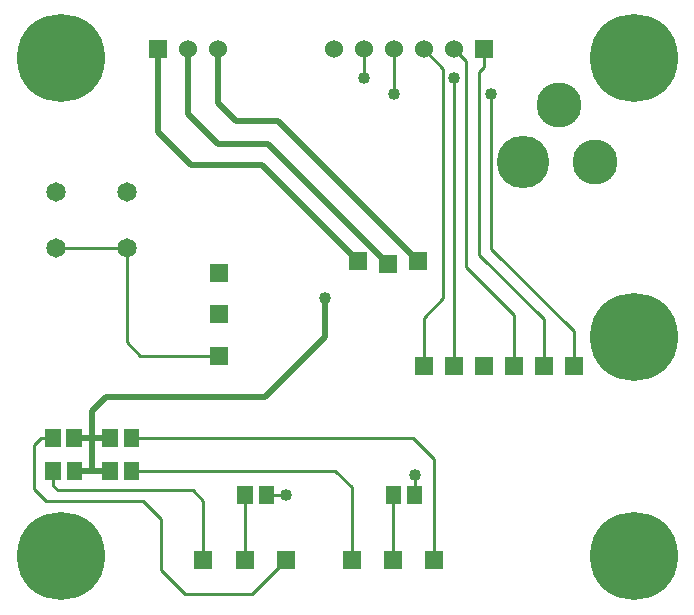
<source format=gbr>
G04 start of page 2 for group 0 idx 0 *
G04 Title: (unknown), top *
G04 Creator: pcb 20140316 *
G04 CreationDate: Mon 19 Dec 2016 04:58:44 AM GMT UTC *
G04 For: railfan *
G04 Format: Gerber/RS-274X *
G04 PCB-Dimensions (mil): 2250.00 2000.00 *
G04 PCB-Coordinate-Origin: lower left *
%MOIN*%
%FSLAX25Y25*%
%LNTOP*%
%ADD26C,0.0350*%
%ADD25C,0.0380*%
%ADD24C,0.1250*%
%ADD23C,0.0420*%
%ADD22C,0.1100*%
%ADD21C,0.1285*%
%ADD20R,0.0512X0.0512*%
%ADD19C,0.0650*%
%ADD18C,0.0600*%
%ADD17C,0.1750*%
%ADD16C,0.0001*%
%ADD15C,0.1500*%
%ADD14C,0.2937*%
%ADD13C,0.0200*%
%ADD12C,0.0400*%
%ADD11C,0.0100*%
G54D11*X40543Y56500D02*X134500D01*
X40543Y45500D02*X108500D01*
G54D12*X69728Y111500D02*X69673Y111445D01*
G54D11*X64555Y35445D02*Y15673D01*
G54D13*X85000Y70000D02*X105000Y90000D01*
Y103000D01*
X116000Y115500D02*X84000Y147500D01*
X126000Y114500D02*X86000Y154500D01*
X59500Y164500D02*Y186000D01*
X136000Y115500D02*X89500Y162000D01*
X84000Y147500D02*X60500D01*
X49500Y158500D01*
X86000Y154500D02*X69500D01*
X59500Y164500D01*
X89500Y162000D02*X75500D01*
X69500Y168000D01*
G54D11*X128000Y186000D02*Y171000D01*
G54D13*X69500Y168000D02*Y186000D01*
G54D11*X118000Y176500D02*Y186000D01*
X144500Y179500D02*X138000Y186000D01*
X152000Y182000D02*X148000Y186000D01*
X158000Y180000D02*Y186000D01*
X144500Y103000D02*Y179500D01*
X148000Y80500D02*Y176500D01*
X152000Y113500D02*Y182000D01*
X160500Y171000D02*Y119500D01*
X156500Y117500D02*Y178500D01*
X158000Y180000D01*
X178000Y80500D02*Y96000D01*
X160500Y119500D02*X188000Y92000D01*
X178000Y96000D02*X156500Y117500D01*
X188000Y92000D02*Y80500D01*
X168000D02*Y97500D01*
X152000Y113500D01*
X134500Y56500D02*X141500Y49500D01*
X138000Y80500D02*Y96500D01*
X144500Y103000D01*
X141500Y49500D02*Y15787D01*
X141614Y15673D01*
X135000Y44000D02*Y37500D01*
X108500Y45500D02*X114000Y40000D01*
Y15728D01*
X114055Y15673D01*
X127835D02*Y37500D01*
X14457Y45500D02*Y40543D01*
X14414Y56500D02*X10500D01*
X8000Y54000D01*
Y39500D01*
X12000Y35500D01*
X14457Y40543D02*X16000Y39000D01*
X61000D01*
X64555Y35445D01*
X12000Y35500D02*X44500D01*
X50500Y29500D01*
Y12500D01*
X58500Y4500D01*
X80941D01*
X92114Y15673D01*
X92000Y37500D02*X85543D01*
X78335Y15673D02*Y37500D01*
G54D13*X21543Y45500D02*X33457D01*
Y56500D02*X21500D01*
X27500Y45500D02*Y65500D01*
X32000Y70000D01*
X85000D01*
G54D11*X15400Y119800D02*X39000D01*
Y88500D01*
G54D13*X49500Y158500D02*Y186000D01*
G54D11*X39000Y88500D02*X43614Y83886D01*
X69673D01*
G54D14*X208000Y183000D03*
G54D15*X183000Y167500D03*
G54D14*X208000Y90000D03*
G54D16*G36*
X175000Y83500D02*Y77500D01*
X181000D01*
Y83500D01*
X175000D01*
G37*
G36*
X185000D02*Y77500D01*
X191000D01*
Y83500D01*
X185000D01*
G37*
G36*
X133000Y118500D02*Y112500D01*
X139000D01*
Y118500D01*
X133000D01*
G37*
G54D17*X171000Y148500D03*
G54D15*X195000D03*
G54D16*G36*
X155000Y189000D02*Y183000D01*
X161000D01*
Y189000D01*
X155000D01*
G37*
G54D18*X148000Y186000D03*
X138000D03*
X128000D03*
X118000D03*
X108000D03*
G54D16*G36*
X46500Y189000D02*Y183000D01*
X52500D01*
Y189000D01*
X46500D01*
G37*
G54D18*X59500Y186000D03*
X69500D03*
G54D19*X15400Y119800D03*
X39000D03*
X15400Y138500D03*
X39000D03*
G54D14*X17000Y17000D03*
Y183000D03*
G54D16*G36*
X66673Y114445D02*Y108445D01*
X72673D01*
Y114445D01*
X66673D01*
G37*
G36*
Y100665D02*Y94665D01*
X72673D01*
Y100665D01*
X66673D01*
G37*
G36*
Y86886D02*Y80886D01*
X72673D01*
Y86886D01*
X66673D01*
G37*
G36*
X61555Y18673D02*Y12673D01*
X67555D01*
Y18673D01*
X61555D01*
G37*
G36*
X75335D02*Y12673D01*
X81335D01*
Y18673D01*
X75335D01*
G37*
G36*
X89114D02*Y12673D01*
X95114D01*
Y18673D01*
X89114D01*
G37*
G54D14*X208000Y17000D03*
G54D16*G36*
X135000Y83500D02*Y77500D01*
X141000D01*
Y83500D01*
X135000D01*
G37*
G36*
X155000D02*Y77500D01*
X161000D01*
Y83500D01*
X155000D01*
G37*
G36*
X165000D02*Y77500D01*
X171000D01*
Y83500D01*
X165000D01*
G37*
G36*
X145000D02*Y77500D01*
X151000D01*
Y83500D01*
X145000D01*
G37*
G36*
X113000Y118500D02*Y112500D01*
X119000D01*
Y118500D01*
X113000D01*
G37*
G36*
X123000Y117500D02*Y111500D01*
X129000D01*
Y117500D01*
X123000D01*
G37*
G36*
X111055Y18673D02*Y12673D01*
X117055D01*
Y18673D01*
X111055D01*
G37*
G36*
X124835D02*Y12673D01*
X130835D01*
Y18673D01*
X124835D01*
G37*
G36*
X138614D02*Y12673D01*
X144614D01*
Y18673D01*
X138614D01*
G37*
G54D20*X21543Y45893D02*Y45107D01*
X33457Y45893D02*Y45107D01*
X40543Y45893D02*Y45107D01*
X33457Y56893D02*Y56107D01*
X40543Y56893D02*Y56107D01*
X14414Y56893D02*Y56107D01*
X21500Y56893D02*Y56107D01*
X14457Y45893D02*Y45107D01*
X85543Y37893D02*Y37107D01*
X78457Y37893D02*Y37107D01*
X135043Y37893D02*Y37107D01*
X127957Y37893D02*Y37107D01*
G54D12*X105000Y103000D03*
X92000Y37500D03*
X135000Y44000D03*
X148000Y176500D03*
X118000D03*
X128000Y171000D03*
X160500D03*
G54D13*G54D21*G54D22*G54D21*G54D23*G54D24*G54D22*G54D25*G54D26*G54D21*G54D23*G54D21*G54D23*M02*

</source>
